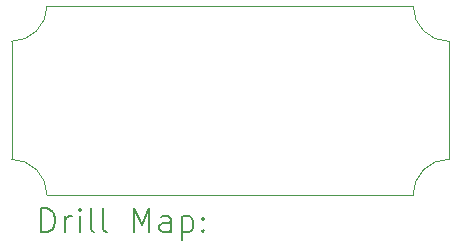
<source format=gbr>
%FSLAX45Y45*%
G04 Gerber Fmt 4.5, Leading zero omitted, Abs format (unit mm)*
G04 Created by KiCad (PCBNEW (6.0.0)) date 2025-09-03 23:00:23*
%MOMM*%
%LPD*%
G01*
G04 APERTURE LIST*
%TA.AperFunction,Profile*%
%ADD10C,0.100000*%
%TD*%
%ADD11C,0.200000*%
G04 APERTURE END LIST*
D10*
X6900000Y-2950000D02*
G75*
G03*
X7200000Y-3250000I300000J0D01*
G01*
X3800000Y-4550000D02*
G75*
G03*
X3500000Y-4250000I-300000J0D01*
G01*
X3500000Y-4250000D02*
X3500000Y-3250000D01*
X3800000Y-2950000D02*
X6900000Y-2950000D01*
X7200000Y-4250000D02*
G75*
G03*
X6900000Y-4550000I0J-300000D01*
G01*
X7200000Y-3250000D02*
X7200000Y-4250000D01*
X6900000Y-4550000D02*
X3800000Y-4550000D01*
X3500000Y-3250000D02*
G75*
G03*
X3800000Y-2950000I0J300000D01*
G01*
D11*
X3752619Y-4865476D02*
X3752619Y-4665476D01*
X3800238Y-4665476D01*
X3828809Y-4675000D01*
X3847857Y-4694048D01*
X3857381Y-4713095D01*
X3866905Y-4751190D01*
X3866905Y-4779762D01*
X3857381Y-4817857D01*
X3847857Y-4836905D01*
X3828809Y-4855952D01*
X3800238Y-4865476D01*
X3752619Y-4865476D01*
X3952619Y-4865476D02*
X3952619Y-4732143D01*
X3952619Y-4770238D02*
X3962143Y-4751190D01*
X3971667Y-4741667D01*
X3990714Y-4732143D01*
X4009762Y-4732143D01*
X4076428Y-4865476D02*
X4076428Y-4732143D01*
X4076428Y-4665476D02*
X4066905Y-4675000D01*
X4076428Y-4684524D01*
X4085952Y-4675000D01*
X4076428Y-4665476D01*
X4076428Y-4684524D01*
X4200238Y-4865476D02*
X4181190Y-4855952D01*
X4171667Y-4836905D01*
X4171667Y-4665476D01*
X4305000Y-4865476D02*
X4285952Y-4855952D01*
X4276429Y-4836905D01*
X4276429Y-4665476D01*
X4533571Y-4865476D02*
X4533571Y-4665476D01*
X4600238Y-4808333D01*
X4666905Y-4665476D01*
X4666905Y-4865476D01*
X4847857Y-4865476D02*
X4847857Y-4760714D01*
X4838333Y-4741667D01*
X4819286Y-4732143D01*
X4781190Y-4732143D01*
X4762143Y-4741667D01*
X4847857Y-4855952D02*
X4828810Y-4865476D01*
X4781190Y-4865476D01*
X4762143Y-4855952D01*
X4752619Y-4836905D01*
X4752619Y-4817857D01*
X4762143Y-4798810D01*
X4781190Y-4789286D01*
X4828810Y-4789286D01*
X4847857Y-4779762D01*
X4943095Y-4732143D02*
X4943095Y-4932143D01*
X4943095Y-4741667D02*
X4962143Y-4732143D01*
X5000238Y-4732143D01*
X5019286Y-4741667D01*
X5028810Y-4751190D01*
X5038333Y-4770238D01*
X5038333Y-4827381D01*
X5028810Y-4846429D01*
X5019286Y-4855952D01*
X5000238Y-4865476D01*
X4962143Y-4865476D01*
X4943095Y-4855952D01*
X5124048Y-4846429D02*
X5133571Y-4855952D01*
X5124048Y-4865476D01*
X5114524Y-4855952D01*
X5124048Y-4846429D01*
X5124048Y-4865476D01*
X5124048Y-4741667D02*
X5133571Y-4751190D01*
X5124048Y-4760714D01*
X5114524Y-4751190D01*
X5124048Y-4741667D01*
X5124048Y-4760714D01*
M02*

</source>
